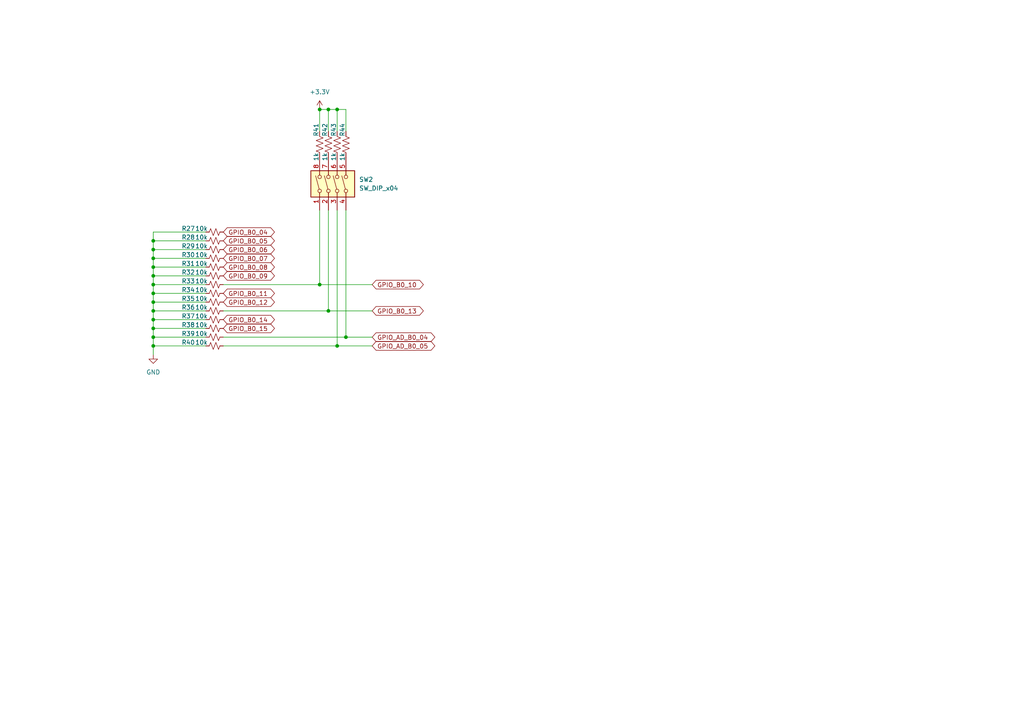
<source format=kicad_sch>
(kicad_sch (version 20250114) (generator "eeschema") (generator_version "9.0")
  (paper "A4")
  (title_block (title "Payload Board for Pleiades Atlas") (rev "v0.2") (company "Northeastern University") (comment 1 "Designed by Madhav Kapa"))
  (lib_symbols
    (symbol "Device:R_Small_US" (pin_numbers (hide yes)) (pin_names (offset 0.254) (hide yes))
      (property "Reference" "R" (at 0.762 0.508 0))
      (property "Value" "R_Small_US" (at 0.762 -1.016 0))
      (symbol "R_Small_US_1_1"
        (polyline (pts (xy 0 1.524) (xy 1.016 1.143) (xy 0 0.762) (xy -1.016 0.381) (xy 0 0)))
        (polyline (pts (xy 0 0) (xy 1.016 -0.381) (xy 0 -0.762) (xy -1.016 -1.143) (xy 0 -1.524)))
        (pin passive line (at 0 2.54 270) (length 1.016) (name "~") (number "1"))
        (pin passive line (at 0 -2.54 90) (length 1.016) (name "~") (number "2"))
      )
    )
    (symbol "Device:R_US" (pin_numbers (hide yes)) (pin_names (offset 0))
      (property "Reference" "R" (at 2.54 0 90))
      (property "Value" "R_US" (at -2.54 0 90))
      (symbol "R_US_0_1"
        (polyline (pts (xy 0 2.286) (xy 0 2.54)))
        (polyline (pts (xy 0 2.286) (xy 1.016 1.905) (xy 0 1.524) (xy -1.016 1.143) (xy 0 0.762)))
        (polyline (pts (xy 0 0.762) (xy 1.016 0.381) (xy 0 0) (xy -1.016 -0.381) (xy 0 -0.762)))
        (polyline (pts (xy 0 -0.762) (xy 1.016 -1.143) (xy 0 -1.524) (xy -1.016 -1.905) (xy 0 -2.286)))
        (polyline (pts (xy 0 -2.286) (xy 0 -2.54)))
      )
      (symbol "R_US_1_1"
        (pin passive line (at 0 3.81 270) (length 1.27) (name "~") (number "1"))
        (pin passive line (at 0 -3.81 90) (length 1.27) (name "~") (number "2"))
      )
    )
    (symbol "Switch:SW_DIP_x04" (pin_names (offset 0) (hide yes))
      (property "Reference" "SW" (at 0 8.89 0))
      (property "Value" "SW_DIP_x04" (at 0 -6.35 0))
      (symbol "SW_DIP_x04_0_0"
        (circle (center -2.032 5.08) (radius 0.508))
        (circle (center -2.032 2.54) (radius 0.508))
        (circle (center -2.032 0) (radius 0.508))
        (circle (center -2.032 -2.54) (radius 0.508))
        (polyline (pts (xy -1.524 5.207) (xy 2.3622 6.2484)))
        (polyline (pts (xy -1.524 2.667) (xy 2.3622 3.7084)))
        (polyline (pts (xy -1.524 0.127) (xy 2.3622 1.1684)))
        (polyline (pts (xy -1.524 -2.3876) (xy 2.3622 -1.3462)))
        (circle (center 2.032 5.08) (radius 0.508))
        (circle (center 2.032 2.54) (radius 0.508))
        (circle (center 2.032 0) (radius 0.508))
        (circle (center 2.032 -2.54) (radius 0.508))
      )
      (symbol "SW_DIP_x04_0_1"
        (rectangle (start -3.81 7.62) (end 3.81 -5.08) (stroke (width 0.254)) (fill (type background)))
      )
      (symbol "SW_DIP_x04_1_1"
        (pin passive line (at -7.62 5.08 0) (length 5.08) (name "~") (number "1"))
        (pin passive line (at -7.62 2.54 0) (length 5.08) (name "~") (number "2"))
        (pin passive line (at -7.62 0 0) (length 5.08) (name "~") (number "3"))
        (pin passive line (at -7.62 -2.54 0) (length 5.08) (name "~") (number "4"))
        (pin passive line (at 7.62 5.08 180) (length 5.08) (name "~") (number "8"))
        (pin passive line (at 7.62 2.54 180) (length 5.08) (name "~") (number "7"))
        (pin passive line (at 7.62 0 180) (length 5.08) (name "~") (number "6"))
        (pin passive line (at 7.62 -2.54 180) (length 5.08) (name "~") (number "5"))
      )
    )
    (symbol "power:+3.3V" (power) (pin_numbers (hide yes)) (pin_names (offset 0) (hide yes))
      (property "Value" "+3.3V" (at 0 3.556 0))
      (symbol "+3.3V_0_1"
        (polyline (pts (xy -0.762 1.27) (xy 0 2.54)))
        (polyline (pts (xy 0 2.54) (xy 0.762 1.27)))
        (polyline (pts (xy 0 0) (xy 0 2.54)))
      )
      (symbol "+3.3V_1_1"
        (pin power_in line (at 0 0 90) (length 0) (name "~") (number "1"))
      )
    )
    (symbol "power:GND" (power) (pin_numbers (hide yes)) (pin_names (offset 0) (hide yes))
      (property "Value" "GND" (at 0 -3.81 0))
      (symbol "GND_0_1"
        (polyline (pts (xy 0 0) (xy 0 -1.27) (xy 1.27 -1.27) (xy 0 -2.54) (xy -1.27 -1.27) (xy 0 -1.27)))
      )
      (symbol "GND_1_1"
        (pin power_in line (at 0 0 270) (length 0) (name "~") (number "1"))
      )
    )
  )
  (junction (at 44.45 74.93))
  (junction (at 92.71 82.55))
  (junction (at 44.45 92.71))
  (junction (at 92.71 31.75))
  (junction (at 44.45 97.79))
  (junction (at 44.45 80.01))
  (junction (at 44.45 82.55))
  (junction (at 44.45 69.85))
  (junction (at 44.45 85.09))
  (junction (at 44.45 77.47))
  (junction (at 44.45 100.33))
  (junction (at 100.33 97.79))
  (junction (at 97.79 31.75))
  (junction (at 97.79 100.33))
  (junction (at 44.45 72.39))
  (junction (at 44.45 95.25))
  (junction (at 44.45 90.17))
  (junction (at 44.45 87.63))
  (junction (at 95.25 90.17))
  (junction (at 95.25 31.75))
  (wire (pts (xy 44.45 77.47) (xy 59.69 77.47)))
  (wire (pts (xy 44.45 82.55) (xy 44.45 85.09)))
  (wire (pts (xy 97.79 60.96) (xy 97.79 100.33)))
  (wire (pts (xy 95.25 90.17) (xy 64.77 90.17)))
  (wire (pts (xy 44.45 85.09) (xy 59.69 85.09)))
  (wire (pts (xy 44.45 72.39) (xy 44.45 74.93)))
  (wire (pts (xy 97.79 100.33) (xy 64.77 100.33)))
  (wire (pts (xy 44.45 92.71) (xy 44.45 95.25)))
  (wire (pts (xy 92.71 82.55) (xy 64.77 82.55)))
  (wire (pts (xy 44.45 87.63) (xy 44.45 90.17)))
  (wire (pts (xy 97.79 31.75) (xy 97.79 38.1)))
  (wire (pts (xy 44.45 72.39) (xy 59.69 72.39)))
  (wire (pts (xy 107.95 97.79) (xy 100.33 97.79)))
  (wire (pts (xy 44.45 92.71) (xy 59.69 92.71)))
  (wire (pts (xy 92.71 31.75) (xy 92.71 38.1)))
  (wire (pts (xy 95.25 60.96) (xy 95.25 90.17)))
  (wire (pts (xy 44.45 67.31) (xy 59.69 67.31)))
  (wire (pts (xy 107.95 100.33) (xy 97.79 100.33)))
  (wire (pts (xy 92.71 60.96) (xy 92.71 82.55)))
  (wire (pts (xy 95.25 31.75) (xy 95.25 38.1)))
  (wire (pts (xy 44.45 95.25) (xy 44.45 97.79)))
  (wire (pts (xy 44.45 82.55) (xy 59.69 82.55)))
  (wire (pts (xy 44.45 80.01) (xy 44.45 82.55)))
  (wire (pts (xy 44.45 100.33) (xy 44.45 102.87)))
  (wire (pts (xy 92.71 31.75) (xy 95.25 31.75)))
  (wire (pts (xy 95.25 31.75) (xy 97.79 31.75)))
  (wire (pts (xy 44.45 97.79) (xy 44.45 100.33)))
  (wire (pts (xy 97.79 31.75) (xy 100.33 31.75)))
  (wire (pts (xy 44.45 97.79) (xy 59.69 97.79)))
  (wire (pts (xy 107.95 82.55) (xy 92.71 82.55)))
  (wire (pts (xy 44.45 90.17) (xy 44.45 92.71)))
  (wire (pts (xy 44.45 69.85) (xy 44.45 72.39)))
  (wire (pts (xy 44.45 90.17) (xy 59.69 90.17)))
  (wire (pts (xy 44.45 100.33) (xy 59.69 100.33)))
  (wire (pts (xy 44.45 74.93) (xy 59.69 74.93)))
  (wire (pts (xy 44.45 87.63) (xy 59.69 87.63)))
  (wire (pts (xy 107.95 90.17) (xy 95.25 90.17)))
  (wire (pts (xy 44.45 85.09) (xy 44.45 87.63)))
  (wire (pts (xy 44.45 95.25) (xy 59.69 95.25)))
  (wire (pts (xy 100.33 97.79) (xy 64.77 97.79)))
  (wire (pts (xy 100.33 60.96) (xy 100.33 97.79)))
  (wire (pts (xy 100.33 31.75) (xy 100.33 38.1)))
  (wire (pts (xy 44.45 74.93) (xy 44.45 77.47)))
  (wire (pts (xy 44.45 69.85) (xy 59.69 69.85)))
  (wire (pts (xy 44.45 77.47) (xy 44.45 80.01)))
  (wire (pts (xy 44.45 80.01) (xy 59.69 80.01)))
  (wire (pts (xy 44.45 67.31) (xy 44.45 69.85)))
  (global_label "GPIO_B0_07" (shape bidirectional) (at 64.77 74.93 0) (property "Intersheetrefs" "${INTERSHEET_REFS}" (effects (hide yes))))
  (global_label "GPIO_AD_B0_05" (shape bidirectional) (at 107.95 100.33 0) (property "Intersheetrefs" "${INTERSHEET_REFS}" (effects (hide yes))))
  (global_label "GPIO_B0_13" (shape bidirectional) (at 107.95 90.17 0) (property "Intersheetrefs" "${INTERSHEET_REFS}" (effects (hide yes))))
  (global_label "GPIO_B0_06" (shape bidirectional) (at 64.77 72.39 0) (property "Intersheetrefs" "${INTERSHEET_REFS}" (effects (hide yes))))
  (global_label "GPIO_B0_04" (shape bidirectional) (at 64.77 67.31 0) (property "Intersheetrefs" "${INTERSHEET_REFS}" (effects (hide yes))))
  (global_label "GPIO_B0_10" (shape bidirectional) (at 107.95 82.55 0) (property "Intersheetrefs" "${INTERSHEET_REFS}" (effects (hide yes))))
  (global_label "GPIO_B0_15" (shape bidirectional) (at 64.77 95.25 0) (property "Intersheetrefs" "${INTERSHEET_REFS}" (effects (hide yes))))
  (global_label "GPIO_AD_B0_04" (shape bidirectional) (at 107.95 97.79 0) (property "Intersheetrefs" "${INTERSHEET_REFS}" (effects (hide yes))))
  (global_label "GPIO_B0_05" (shape bidirectional) (at 64.77 69.85 0) (property "Intersheetrefs" "${INTERSHEET_REFS}" (effects (hide yes))))
  (global_label "GPIO_B0_14" (shape bidirectional) (at 64.77 92.71 0) (property "Intersheetrefs" "${INTERSHEET_REFS}" (effects (hide yes))))
  (global_label "GPIO_B0_12" (shape bidirectional) (at 64.77 87.63 0) (property "Intersheetrefs" "${INTERSHEET_REFS}" (effects (hide yes))))
  (global_label "GPIO_B0_11" (shape bidirectional) (at 64.77 85.09 0) (property "Intersheetrefs" "${INTERSHEET_REFS}" (effects (hide yes))))
  (global_label "GPIO_B0_09" (shape bidirectional) (at 64.77 80.01 0) (property "Intersheetrefs" "${INTERSHEET_REFS}" (effects (hide yes))))
  (global_label "GPIO_B0_08" (shape bidirectional) (at 64.77 77.47 0) (property "Intersheetrefs" "${INTERSHEET_REFS}" (effects (hide yes))))
  (symbol (lib_id "Device:R_Small_US") (at 62.23 92.71 90) (unit 1)
    (property "Reference" "R37" (at 54.61 91.694 90))
    (property "Value" "10k" (at 58.42 91.694 90))
    (property "Description" "Resistor, small US symbol" (effects (hide yes)))
  )
  (symbol (lib_id "Device:R_US") (at 97.79 41.91 0) (unit 1)
    (property "Reference" "R43" (at 96.774 39.624 90) (effects (justify left)))
    (property "Value" "1k" (at 96.774 46.736 90) (effects (justify left)))
    (property "Description" "Resistor, US symbol" (effects (hide yes)))
  )
  (symbol (lib_id "Device:R_Small_US") (at 62.23 82.55 90) (unit 1)
    (property "Reference" "R33" (at 54.61 81.534 90))
    (property "Value" "10k" (at 58.42 81.534 90))
    (property "Description" "Resistor, small US symbol" (effects (hide yes)))
  )
  (symbol (lib_id "Device:R_Small_US") (at 62.23 74.93 90) (unit 1)
    (property "Reference" "R30" (at 54.61 73.914 90))
    (property "Value" "10k" (at 58.42 73.914 90))
    (property "Description" "Resistor, small US symbol" (effects (hide yes)))
  )
  (symbol (lib_id "Device:R_US") (at 95.25 41.91 0) (unit 1)
    (property "Reference" "R42" (at 94.234 39.624 90) (effects (justify left)))
    (property "Value" "1k" (at 94.234 46.736 90) (effects (justify left)))
    (property "Description" "Resistor, US symbol" (effects (hide yes)))
  )
  (symbol (lib_id "Device:R_Small_US") (at 62.23 90.17 90) (unit 1)
    (property "Reference" "R36" (at 54.61 89.154 90))
    (property "Value" "10k" (at 58.42 89.154 90))
    (property "Description" "Resistor, small US symbol" (effects (hide yes)))
  )
  (symbol (lib_id "power:GND") (at 44.45 102.87 0) (unit 1)
    (property "Reference" "#PWR0102" (effects (hide yes)))
    (property "Value" "GND" (at 44.45 107.95 0))
    (property "Description" "Power symbol creates a global label with name \"GND\" , ground" (effects (hide yes)))
  )
  (symbol (lib_id "Device:R_US") (at 92.71 41.91 0) (unit 1)
    (property "Reference" "R41" (at 91.694 39.624 90) (effects (justify left)))
    (property "Value" "1k" (at 91.694 46.736 90) (effects (justify left)))
    (property "Description" "Resistor, US symbol" (effects (hide yes)))
  )
  (symbol (lib_id "Device:R_Small_US") (at 62.23 77.47 90) (unit 1)
    (property "Reference" "R31" (at 54.61 76.454 90))
    (property "Value" "10k" (at 58.42 76.454 90))
    (property "Description" "Resistor, small US symbol" (effects (hide yes)))
  )
  (symbol (lib_id "Device:R_Small_US") (at 62.23 72.39 90) (unit 1)
    (property "Reference" "R29" (at 54.61 71.374 90))
    (property "Value" "10k" (at 58.42 71.374 90))
    (property "Description" "Resistor, small US symbol" (effects (hide yes)))
  )
  (symbol (lib_id "Device:R_Small_US") (at 62.23 97.79 90) (unit 1)
    (property "Reference" "R39" (at 54.61 96.774 90))
    (property "Value" "10k" (at 58.42 96.774 90))
    (property "Description" "Resistor, small US symbol" (effects (hide yes)))
  )
  (symbol (lib_id "power:+3.3V") (at 92.71 31.75 0) (unit 1)
    (property "Reference" "#PWR0103" (effects (hide yes)))
    (property "Value" "+3.3V" (at 92.71 26.67 0))
    (property "Description" "Power symbol creates a global label with name \"+3.3V\"" (effects (hide yes)))
  )
  (symbol (lib_id "Device:R_Small_US") (at 62.23 95.25 90) (unit 1)
    (property "Reference" "R38" (at 54.61 94.234 90))
    (property "Value" "10k" (at 58.42 94.234 90))
    (property "Description" "Resistor, small US symbol" (effects (hide yes)))
  )
  (symbol (lib_id "Switch:SW_DIP_x04") (at 97.79 53.34 90) (unit 1)
    (property "Reference" "SW2" (at 104.14 52.0699 90) (effects (justify right)))
    (property "Value" "SW_DIP_x04" (at 104.14 54.6099 90) (effects (justify right)))
    (property "Description" "4x DIP Switch, Single Pole Single Throw (SPST) switch, small symbol" (effects (hide yes)))
  )
  (symbol (lib_id "Device:R_Small_US") (at 62.23 100.33 90) (unit 1)
    (property "Reference" "R40" (at 54.61 99.314 90))
    (property "Value" "10k" (at 58.42 99.314 90))
    (property "Description" "Resistor, small US symbol" (effects (hide yes)))
  )
  (symbol (lib_id "Device:R_US") (at 100.33 41.91 0) (unit 1)
    (property "Reference" "R44" (at 99.314 39.624 90) (effects (justify left)))
    (property "Value" "1k" (at 99.314 46.736 90) (effects (justify left)))
    (property "Description" "Resistor, US symbol" (effects (hide yes)))
  )
  (symbol (lib_id "Device:R_Small_US") (at 62.23 80.01 90) (unit 1)
    (property "Reference" "R32" (at 54.61 78.994 90))
    (property "Value" "10k" (at 58.42 78.994 90))
    (property "Description" "Resistor, small US symbol" (effects (hide yes)))
  )
  (symbol (lib_id "Device:R_Small_US") (at 62.23 67.31 90) (unit 1)
    (property "Reference" "R27" (at 54.61 66.294 90))
    (property "Value" "10k" (at 58.42 66.294 90))
    (property "Description" "Resistor, small US symbol" (effects (hide yes)))
  )
  (symbol (lib_id "Device:R_Small_US") (at 62.23 69.85 90) (unit 1)
    (property "Reference" "R28" (at 54.61 68.834 90))
    (property "Value" "10k" (at 58.42 68.834 90))
    (property "Description" "Resistor, small US symbol" (effects (hide yes)))
  )
  (symbol (lib_id "Device:R_Small_US") (at 62.23 87.63 90) (unit 1)
    (property "Reference" "R35" (at 54.61 86.614 90))
    (property "Value" "10k" (at 58.42 86.614 90))
    (property "Description" "Resistor, small US symbol" (effects (hide yes)))
  )
  (symbol (lib_id "Device:R_Small_US") (at 62.23 85.09 90) (unit 1)
    (property "Reference" "R34" (at 54.61 84.074 90))
    (property "Value" "10k" (at 58.42 84.074 90))
    (property "Description" "Resistor, small US symbol" (effects (hide yes)))
  )
)
</source>
